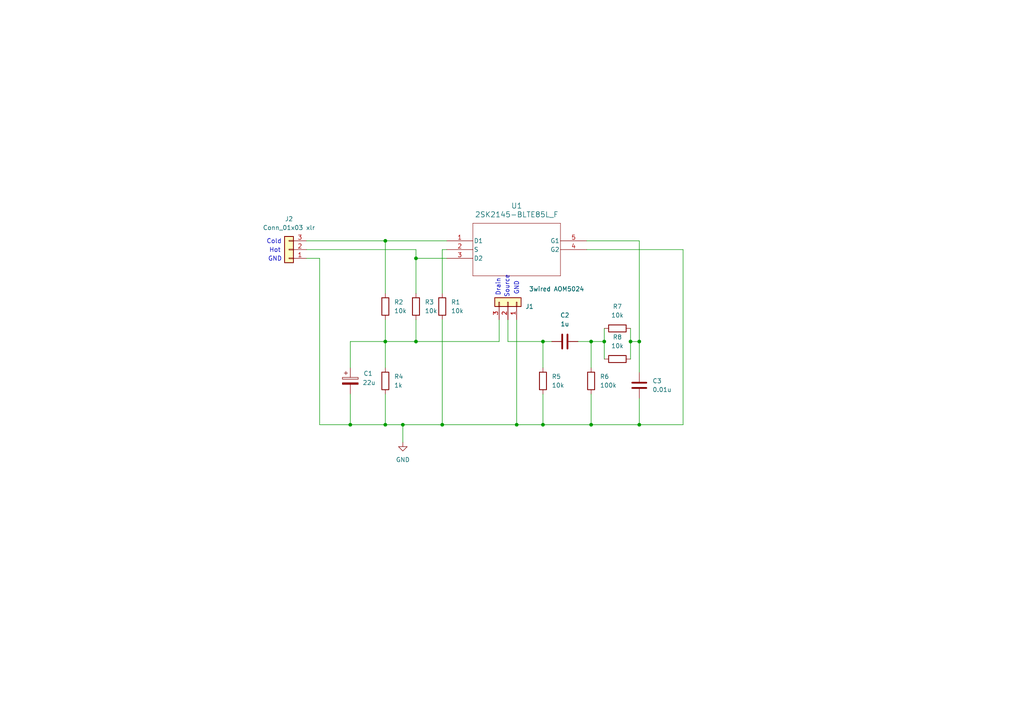
<source format=kicad_sch>
(kicad_sch (version 20231120) (generator "eeschema") (generator_version "8.0")
  (paper "A4")
  (lib_symbols
    (symbol "2024-03-26_01-59-51:2SK2145-BLTE85L_F" (pin_names (offset 0.254))
      (property "Reference" "U1" (at 20.32 10.16 0))
      (property "Value" "2SK2145-BLTE85L_F" (at 20.32 7.62 0))
      (symbol "2SK2145-BLTE85L_F_0_1"
        (polyline (pts (xy 7.62 -10.16) (xy 33.02 -10.16)) (stroke (width 0.127)))
        (polyline (pts (xy 7.62 5.08) (xy 7.62 -10.16)) (stroke (width 0.127)))
        (polyline (pts (xy 33.02 -10.16) (xy 33.02 5.08)) (stroke (width 0.127)))
        (polyline (pts (xy 33.02 5.08) (xy 7.62 5.08)) (stroke (width 0.127)))
        (pin unspecified line (at 0 0 0) (length 7.62) (name "D1") (number "1"))
        (pin unspecified line (at 0 -2.54 0) (length 7.62) (name "S") (number "2"))
        (pin unspecified line (at 0 -5.08 0) (length 7.62) (name "D2") (number "3"))
        (pin unspecified line (at 40.64 -2.54 180) (length 7.62) (name "G2") (number "4"))
        (pin unspecified line (at 40.64 0 180) (length 7.62) (name "G1") (number "5"))
      )
    )
    (symbol "Connector_Generic:Conn_01x03" (pin_names (offset 1.016) hide)
      (property "Reference" "J" (at 0 5.08 0))
      (property "Value" "Conn_01x03" (at 0 -5.08 0))
      (symbol "Conn_01x03_1_1"
        (rectangle (start -1.27 -2.413) (end 0 -2.667) (stroke (width 0.1524)))
        (rectangle (start -1.27 0.127) (end 0 -0.127) (stroke (width 0.1524)))
        (rectangle (start -1.27 2.667) (end 0 2.413) (stroke (width 0.1524)))
        (rectangle (start -1.27 3.81) (end 1.27 -3.81) (stroke (width 0.254)) (fill (type background)))
        (pin passive line (at -5.08 2.54 0) (length 3.81) (name "Pin_1") (number "1"))
        (pin passive line (at -5.08 0 0) (length 3.81) (name "Pin_2") (number "2"))
        (pin passive line (at -5.08 -2.54 0) (length 3.81) (name "Pin_3") (number "3"))
      )
    )
    (symbol "Device:C" (pin_numbers hide) (pin_names (offset 0.254))
      (property "Reference" "C" (at 0.635 2.54 0))
      (property "Value" "C" (at 0.635 -2.54 0))
      (symbol "C_0_1"
        (polyline (pts (xy -2.032 -0.762) (xy 2.032 -0.762)) (stroke (width 0.508)))
        (polyline (pts (xy -2.032 0.762) (xy 2.032 0.762)) (stroke (width 0.508)))
      )
      (symbol "C_1_1"
        (pin passive line (at 0 3.81 270) (length 2.794) (name "~") (number "1"))
        (pin passive line (at 0 -3.81 90) (length 2.794) (name "~") (number "2"))
      )
    )
    (symbol "Device:C_Polarized" (pin_numbers hide) (pin_names (offset 0.254))
      (property "Reference" "C" (at 0.635 2.54 0))
      (property "Value" "C_Polarized" (at 0.635 -2.54 0))
      (symbol "C_Polarized_0_1"
        (rectangle (start -2.286 0.508) (end 2.286 1.016))
        (polyline (pts (xy -1.778 2.286) (xy -0.762 2.286)))
        (polyline (pts (xy -1.27 2.794) (xy -1.27 1.778)))
        (rectangle (start 2.286 -0.508) (end -2.286 -1.016) (fill (type outline)))
      )
      (symbol "C_Polarized_1_1"
        (pin passive line (at 0 3.81 270) (length 2.794) (name "~") (number "1"))
        (pin passive line (at 0 -3.81 90) (length 2.794) (name "~") (number "2"))
      )
    )
    (symbol "Device:R" (pin_numbers hide) (pin_names (offset 0))
      (property "Reference" "R" (at 2.032 0 90))
      (property "Value" "R" (at 0 0 90))
      (symbol "R_0_1"
        (rectangle (start -1.016 -2.54) (end 1.016 2.54) (stroke (width 0.254)))
      )
      (symbol "R_1_1"
        (pin passive line (at 0 3.81 270) (length 1.27) (name "~") (number "1"))
        (pin passive line (at 0 -3.81 90) (length 1.27) (name "~") (number "2"))
      )
    )
    (symbol "power:GND" (power) (pin_numbers hide) (pin_names (offset 0) hide)
      (property "Value" "GND" (at 0 -3.81 0))
      (symbol "GND_0_1"
        (polyline (pts (xy 0 0) (xy 0 -1.27) (xy 1.27 -1.27) (xy 0 -2.54) (xy -1.27 -1.27) (xy 0 -1.27)))
      )
      (symbol "GND_1_1"
        (pin power_in line (at 0 0 270) (length 0) (name "~") (number "1"))
      )
    )
  )
  (junction (at 157.48 123.19))
  (junction (at 175.26 99.06))
  (junction (at 128.27 123.19))
  (junction (at 185.42 99.06))
  (junction (at 116.84 123.19))
  (junction (at 101.6 123.19))
  (junction (at 120.65 99.06))
  (junction (at 120.65 74.93))
  (junction (at 111.76 99.06))
  (junction (at 182.88 99.06))
  (junction (at 111.76 69.85))
  (junction (at 149.86 123.19))
  (junction (at 111.76 123.19))
  (junction (at 171.45 123.19))
  (junction (at 171.45 99.06))
  (junction (at 157.48 99.06))
  (junction (at 185.42 123.19))
  (wire (pts (xy 185.42 115.57) (xy 185.42 123.19)))
  (wire (pts (xy 147.32 92.71) (xy 147.32 99.06)))
  (wire (pts (xy 171.45 123.19) (xy 185.42 123.19)))
  (wire (pts (xy 120.65 99.06) (xy 120.65 92.71)))
  (wire (pts (xy 175.26 99.06) (xy 175.26 104.14)))
  (wire (pts (xy 120.65 74.93) (xy 120.65 85.09)))
  (wire (pts (xy 198.12 72.39) (xy 198.12 123.19)))
  (wire (pts (xy 128.27 92.71) (xy 128.27 123.19)))
  (wire (pts (xy 111.76 106.68) (xy 111.76 99.06)))
  (wire (pts (xy 101.6 106.68) (xy 101.6 99.06)))
  (wire (pts (xy 182.88 99.06) (xy 182.88 104.14)))
  (wire (pts (xy 157.48 99.06) (xy 160.02 99.06)))
  (wire (pts (xy 116.84 123.19) (xy 128.27 123.19)))
  (wire (pts (xy 185.42 69.85) (xy 185.42 99.06)))
  (wire (pts (xy 101.6 99.06) (xy 111.76 99.06)))
  (wire (pts (xy 185.42 99.06) (xy 182.88 99.06)))
  (wire (pts (xy 111.76 99.06) (xy 120.65 99.06)))
  (wire (pts (xy 171.45 99.06) (xy 175.26 99.06)))
  (wire (pts (xy 116.84 123.19) (xy 116.84 128.27)))
  (wire (pts (xy 88.9 72.39) (xy 120.65 72.39)))
  (wire (pts (xy 198.12 123.19) (xy 185.42 123.19)))
  (wire (pts (xy 182.88 95.25) (xy 182.88 99.06)))
  (wire (pts (xy 149.86 92.71) (xy 149.86 123.19)))
  (wire (pts (xy 167.64 99.06) (xy 171.45 99.06)))
  (wire (pts (xy 111.76 114.3) (xy 111.76 123.19)))
  (wire (pts (xy 88.9 69.85) (xy 111.76 69.85)))
  (wire (pts (xy 120.65 72.39) (xy 120.65 74.93)))
  (wire (pts (xy 170.18 72.39) (xy 198.12 72.39)))
  (wire (pts (xy 128.27 123.19) (xy 149.86 123.19)))
  (wire (pts (xy 157.48 114.3) (xy 157.48 123.19)))
  (wire (pts (xy 111.76 69.85) (xy 129.54 69.85)))
  (wire (pts (xy 171.45 123.19) (xy 157.48 123.19)))
  (wire (pts (xy 171.45 99.06) (xy 171.45 106.68)))
  (wire (pts (xy 171.45 114.3) (xy 171.45 123.19)))
  (wire (pts (xy 92.71 123.19) (xy 101.6 123.19)))
  (wire (pts (xy 111.76 123.19) (xy 116.84 123.19)))
  (wire (pts (xy 120.65 74.93) (xy 129.54 74.93)))
  (wire (pts (xy 175.26 95.25) (xy 175.26 99.06)))
  (wire (pts (xy 88.9 74.93) (xy 92.71 74.93)))
  (wire (pts (xy 92.71 74.93) (xy 92.71 123.19)))
  (wire (pts (xy 128.27 72.39) (xy 129.54 72.39)))
  (wire (pts (xy 101.6 114.3) (xy 101.6 123.19)))
  (wire (pts (xy 101.6 123.19) (xy 111.76 123.19)))
  (wire (pts (xy 185.42 69.85) (xy 170.18 69.85)))
  (wire (pts (xy 149.86 123.19) (xy 157.48 123.19)))
  (wire (pts (xy 147.32 99.06) (xy 157.48 99.06)))
  (wire (pts (xy 111.76 69.85) (xy 111.76 85.09)))
  (wire (pts (xy 111.76 92.71) (xy 111.76 99.06)))
  (wire (pts (xy 185.42 107.95) (xy 185.42 99.06)))
  (wire (pts (xy 128.27 85.09) (xy 128.27 72.39)))
  (wire (pts (xy 120.65 99.06) (xy 144.78 99.06)))
  (wire (pts (xy 144.78 99.06) (xy 144.78 92.71)))
  (wire (pts (xy 157.48 99.06) (xy 157.48 106.68)))
  (text "Source" (at 147.066 83.058 90) (effects (font (size 1.27 1.27))))
  (text "Hot" (at 79.756 72.644 0) (effects (font (size 1.27 1.27))))
  (text "GND" (at 79.756 75.184 0) (effects (font (size 1.27 1.27))))
  (text "Cold" (at 79.502 70.104 0) (effects (font (size 1.27 1.27))))
  (text "Drain" (at 144.526 83.312 90) (effects (font (size 1.27 1.27))))
  (text "GND" (at 149.86 83.566 90) (effects (font (size 1.27 1.27))))
  (symbol (lib_id "Device:R") (at 179.07 95.25 90) (unit 1)
    (property "Reference" "R7" (at 179.07 88.9 90))
    (property "Value" "10k" (at 179.07 91.44 90))
    (property "Footprint" "Resistor_THT:R_Axial_DIN0204_L3.6mm_D1.6mm_P5.08mm_Horizontal" (effects (hide yes)))
    (property "Description" "Resistor" (effects (hide yes)))
  )
  (symbol (lib_id "power:GND") (at 116.84 128.27 0) (unit 1)
    (property "Reference" "#PWR01" (effects (hide yes)))
    (property "Value" "GND" (at 116.84 133.35 0))
    (property "Description" "Power symbol creates a global label with name \"GND\" , ground" (effects (hide yes)))
  )
  (symbol (lib_id "Device:R") (at 128.27 88.9 0) (unit 1)
    (property "Reference" "R1" (at 130.81 87.6299 0) (effects (justify left)))
    (property "Value" "10k" (at 130.81 90.1699 0) (effects (justify left)))
    (property "Footprint" "Resistor_THT:R_Axial_DIN0204_L3.6mm_D1.6mm_P5.08mm_Horizontal" (effects (hide yes)))
    (property "Description" "Resistor" (effects (hide yes)))
  )
  (symbol (lib_id "Device:R") (at 111.76 110.49 0) (unit 1)
    (property "Reference" "R4" (at 114.3 109.2199 0) (effects (justify left)))
    (property "Value" "1k" (at 114.3 111.7599 0) (effects (justify left)))
    (property "Footprint" "Resistor_THT:R_Axial_DIN0204_L3.6mm_D1.6mm_P5.08mm_Horizontal" (effects (hide yes)))
    (property "Description" "Resistor" (effects (hide yes)))
  )
  (symbol (lib_id "Device:R") (at 157.48 110.49 0) (unit 1)
    (property "Reference" "R5" (at 160.02 109.2199 0) (effects (justify left)))
    (property "Value" "10k" (at 160.02 111.7599 0) (effects (justify left)))
    (property "Footprint" "Resistor_THT:R_Axial_DIN0204_L3.6mm_D1.6mm_P5.08mm_Horizontal" (effects (hide yes)))
    (property "Description" "Resistor" (effects (hide yes)))
  )
  (symbol (lib_id "Device:R") (at 179.07 104.14 90) (unit 1)
    (property "Reference" "R8" (at 179.07 97.79 90))
    (property "Value" "10k" (at 179.07 100.33 90))
    (property "Footprint" "Resistor_THT:R_Axial_DIN0204_L3.6mm_D1.6mm_P5.08mm_Horizontal" (effects (hide yes)))
    (property "Description" "Resistor" (effects (hide yes)))
  )
  (symbol (lib_id "Connector_Generic:Conn_01x03") (at 147.32 87.63 270) (mirror x) (unit 1)
    (property "Reference" "J1" (at 152.4 88.9001 90) (effects (justify left)))
    (property "Value" "3wired AOM5024" (at 153.416 83.82 90) (effects (justify left)))
    (property "Footprint" "Connector_JST:JST_VH_B3P-VH-B_1x03_P3.96mm_Vertical" (effects (hide yes)))
    (property "Description" "Generic connector, single row, 01x03, script generated (kicad-library-utils/schlib/autogen/connector/)" (effects (hide yes)))
  )
  (symbol (lib_id "Device:R") (at 111.76 88.9 0) (unit 1)
    (property "Reference" "R2" (at 114.3 87.6299 0) (effects (justify left)))
    (property "Value" "10k" (at 114.3 90.1699 0) (effects (justify left)))
    (property "Footprint" "Resistor_THT:R_Axial_DIN0204_L3.6mm_D1.6mm_P5.08mm_Horizontal" (effects (hide yes)))
    (property "Description" "Resistor" (effects (hide yes)))
  )
  (symbol (lib_id "Device:C_Polarized") (at 101.6 110.49 0) (unit 1)
    (property "Reference" "C1" (at 105.41 108.3309 0) (effects (justify left)))
    (property "Value" "22u" (at 105.156 110.998 0) (effects (justify left)))
    (property "Footprint" "Capacitor_THT:CP_Radial_D6.3mm_P2.50mm" (effects (hide yes)))
    (property "Description" "Polarized capacitor" (effects (hide yes)))
  )
  (symbol (lib_id "2024-03-26_01-59-51:2SK2145-BLTE85L_F") (at 129.54 69.85 0) (unit 1)
    (property "Reference" "U1" (at 149.86 59.69 0) (effects (font (size 1.524 1.524))))
    (property "Value" "2SK2145-BLTE85L_F" (at 149.86 62.23 0) (effects (font (size 1.524 1.524))))
    (property "Footprint" "footprints:SOT_BLTE85L_F_TOS" (effects (hide yes)))
    (property "Datasheet" "2SK2145-BLTE85L_F" (effects (hide yes)))
  )
  (symbol (lib_id "Device:C") (at 163.83 99.06 90) (unit 1)
    (property "Reference" "C2" (at 163.83 91.44 90))
    (property "Value" "1u" (at 163.83 93.98 90))
    (property "Footprint" "Capacitor_THT:C_Rect_L7.2mm_W7.2mm_P5.00mm_FKS2_FKP2_MKS2_MKP2" (effects (hide yes)))
    (property "Description" "Unpolarized capacitor" (effects (hide yes)))
  )
  (symbol (lib_id "Connector_Generic:Conn_01x03") (at 83.82 72.39 180) (unit 1)
    (property "Reference" "J2" (at 83.82 63.5 0))
    (property "Value" "Conn_01x03 xlr" (at 83.82 66.04 0))
    (property "Footprint" "Connector_JST:JST_XH_B3B-XH-A_1x03_P2.50mm_Vertical" (effects (hide yes)))
    (property "Description" "Generic connector, single row, 01x03, script generated (kicad-library-utils/schlib/autogen/connector/)" (effects (hide yes)))
  )
  (symbol (lib_id "Device:C") (at 185.42 111.76 180) (unit 1)
    (property "Reference" "C3" (at 189.23 110.4899 0) (effects (justify right)))
    (property "Value" "0.01u" (at 189.23 113.0299 0) (effects (justify right)))
    (property "Footprint" "Capacitor_THT:C_Rect_L7.2mm_W7.2mm_P5.00mm_FKS2_FKP2_MKS2_MKP2" (effects (hide yes)))
    (property "Description" "Unpolarized capacitor" (effects (hide yes)))
  )
  (symbol (lib_id "Device:R") (at 120.65 88.9 0) (unit 1)
    (property "Reference" "R3" (at 123.19 87.6299 0) (effects (justify left)))
    (property "Value" "10k" (at 123.19 90.1699 0) (effects (justify left)))
    (property "Footprint" "Resistor_THT:R_Axial_DIN0204_L3.6mm_D1.6mm_P5.08mm_Horizontal" (effects (hide yes)))
    (property "Description" "Resistor" (effects (hide yes)))
  )
  (symbol (lib_id "Device:R") (at 171.45 110.49 0) (unit 1)
    (property "Reference" "R6" (at 173.99 109.2199 0) (effects (justify left)))
    (property "Value" "100k" (at 173.99 111.7599 0) (effects (justify left)))
    (property "Footprint" "Resistor_THT:R_Axial_DIN0204_L3.6mm_D1.6mm_P5.08mm_Horizontal" (effects (hide yes)))
    (property "Description" "Resistor" (effects (hide yes)))
  )
)
</source>
